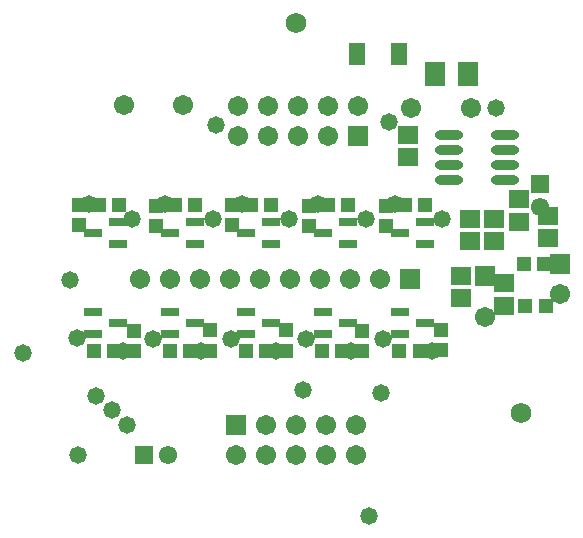
<source format=gbs>
%FSDAX23Y23*%
%MOIN*%
%SFA1B1*%

%IPPOS*%
%ADD36R,0.067100X0.059200*%
%ADD38R,0.059200X0.031600*%
%ADD39R,0.051300X0.047400*%
%ADD40R,0.047400X0.051300*%
%ADD44C,0.067100*%
%ADD45R,0.067100X0.067100*%
%ADD46R,0.067100X0.067100*%
%ADD47C,0.061100*%
%ADD48R,0.061100X0.061100*%
%ADD49R,0.061100X0.061100*%
%ADD50C,0.068000*%
%ADD51C,0.058000*%
%ADD52R,0.071000X0.078900*%
%ADD53R,0.057200X0.074900*%
%ADD54O,0.094600X0.031600*%
%LNdriver-1*%
%LPD*%
G54D36*
X03390Y02967D03*
Y03042D03*
X03070Y03462D03*
Y03537D03*
X03355Y03182D03*
Y03257D03*
X03275Y03182D03*
Y03257D03*
X03440Y03322D03*
Y03247D03*
X03535Y03192D03*
Y03267D03*
X03245Y02992D03*
Y03067D03*
G54D38*
X03126Y03247D03*
Y03172D03*
X03043Y03210D03*
Y02872D03*
Y02947D03*
X03126Y02910D03*
X02869Y03247D03*
Y03172D03*
X02786Y03210D03*
Y02872D03*
Y02947D03*
X02869Y02910D03*
X02614Y03247D03*
Y03172D03*
X02531Y03210D03*
Y02872D03*
Y02947D03*
X02614Y02910D03*
X02359Y03247D03*
Y03172D03*
X02276Y03210D03*
Y02872D03*
Y02947D03*
X02359Y02910D03*
X02104Y03247D03*
Y03172D03*
X02021Y03210D03*
Y02872D03*
Y02947D03*
X02104Y02910D03*
G54D39*
X03127Y03304D03*
X03060D03*
X03041Y02817D03*
X03108D03*
X02870Y03303D03*
X02803D03*
X02782Y02817D03*
X02849D03*
X02614Y03303D03*
X02547D03*
X02530Y02816D03*
X02597D03*
X02359Y03303D03*
X02292D03*
X02275Y02817D03*
X02342D03*
X03456Y03105D03*
X03523D03*
X03461Y02965D03*
X03528D03*
X02106Y03303D03*
X02039D03*
X02023Y02817D03*
X02090D03*
G54D40*
X02996Y03234D03*
Y03301D03*
X03180Y02888D03*
Y02821D03*
X02738Y03233D03*
Y03300D03*
X02917Y02884D03*
Y02817D03*
X02484Y03236D03*
Y03303D03*
X02664Y02885D03*
Y02818D03*
X02228Y03234D03*
Y03301D03*
X02410Y02885D03*
Y02818D03*
X01974Y03235D03*
Y03302D03*
X02155Y02884D03*
Y02817D03*
G54D44*
X02897Y02471D03*
Y02571D03*
X02797Y02471D03*
Y02571D03*
X02697Y02471D03*
Y02571D03*
X02597Y02471D03*
Y02571D03*
X02497Y02471D03*
X02502Y03633D03*
Y03533D03*
X02602Y03633D03*
Y03533D03*
X02702Y03633D03*
Y03533D03*
X02802Y03633D03*
Y03533D03*
X02902Y03633D03*
X02975Y03055D03*
X02775D03*
X02675D03*
X02575D03*
X02475D03*
X02375D03*
X02275D03*
X02175D03*
X02875D03*
X03325Y02931D03*
X03081Y03625D03*
X03278D03*
X02124Y03637D03*
X02321D03*
X03575Y03005D03*
G54D45*
X02497Y02571D03*
X02902Y03533D03*
X03075Y03055D03*
G54D46*
X03325Y03068D03*
X03575Y03105D03*
G54D47*
X03510Y03295D03*
X02269Y02470D03*
G54D48*
X03510Y03374D03*
G54D49*
X02190Y02470D03*
G54D50*
X02695Y03910D03*
X03445Y02611D03*
G54D51*
X02084Y02621D03*
X02028Y02666D03*
X01943Y03052D03*
X02419Y03258D03*
X02673D03*
X03184D03*
X02005Y03306D03*
X02260D03*
X02516D03*
X02768D03*
X03025D03*
X02151Y03258D03*
X02478Y02857D03*
X02985D03*
X02120Y02815D03*
X02380D03*
X02630D03*
X02880D03*
X03150D03*
X02220Y02855D03*
X02730D03*
X02720Y02685D03*
X02980Y02677D03*
X03005Y03579D03*
X03363Y03625D03*
X02132Y02571D03*
X02940Y02265D03*
X01965Y02860D03*
X02430Y03570D03*
X02928Y03258D03*
X01785Y02810D03*
X01970Y02470D03*
G54D52*
X03270Y03740D03*
X03159D03*
G54D53*
X03039Y03805D03*
X02900D03*
G54D54*
X03205Y03385D03*
Y03435D03*
Y03485D03*
Y03535D03*
X03394Y03385D03*
Y03435D03*
Y03485D03*
Y03535D03*
M02*
</source>
